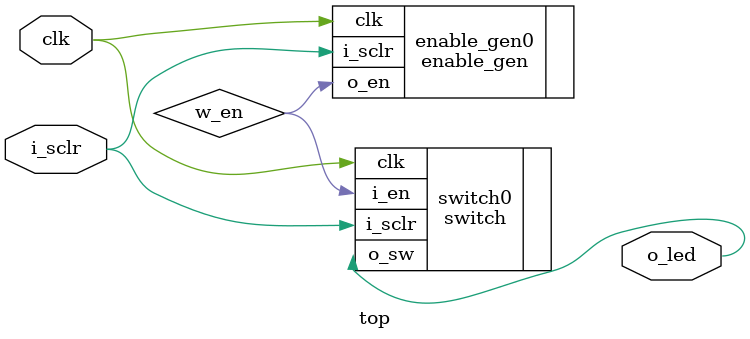
<source format=v>
`include "enable_gen.v"
`include "switch.v"

module top (
  input wire clk, i_sclr,
  output wire o_led
);

  wire w_en;

  parameter CYCLE_BIT_SIZE = 7;
  enable_gen #(CYCLE_BIT_SIZE) enable_gen0(
    .clk(clk),
    .i_sclr(i_sclr),
    .o_en(w_en)
  );

  switch switch0(
    .clk(clk),
    .i_sclr(i_sclr),
    .i_en(w_en),
    .o_sw(o_led)
  );
endmodule

</source>
